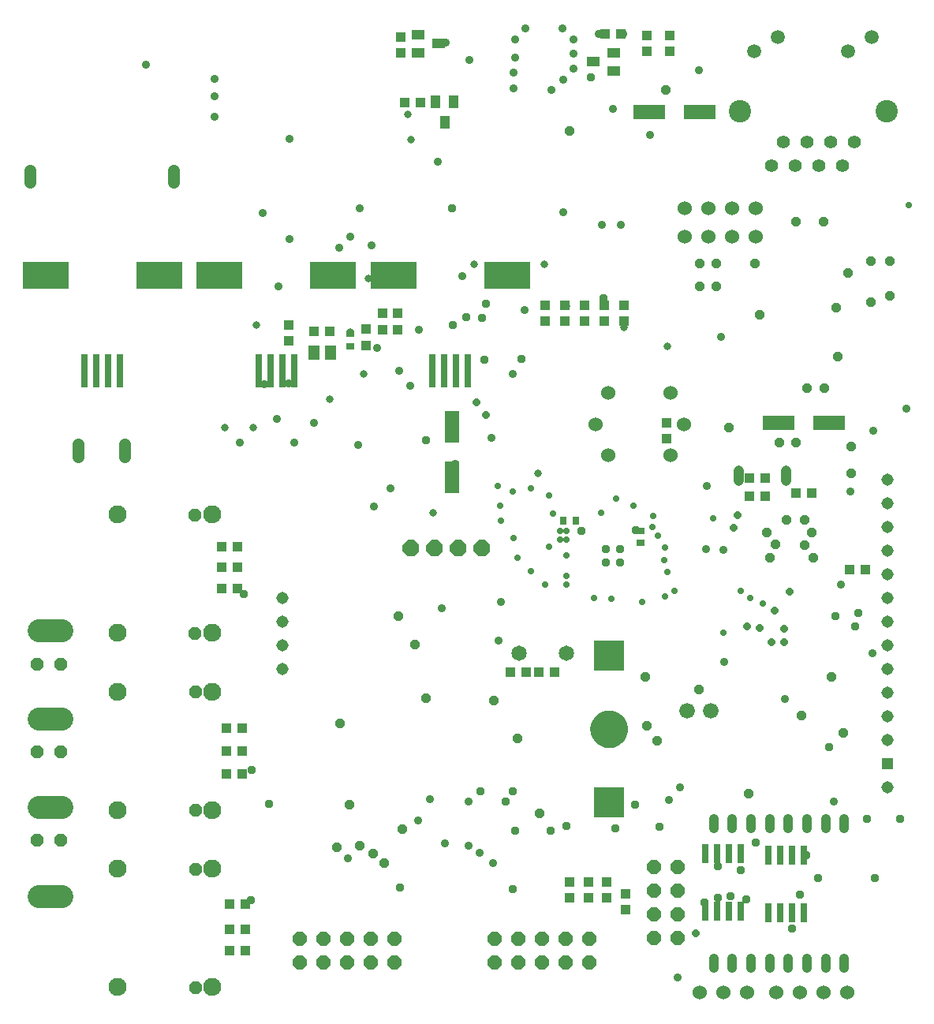
<source format=gbs>
G75*
G70*
%OFA0B0*%
%FSLAX24Y24*%
%IPPOS*%
%LPD*%
%AMOC8*
5,1,8,0,0,1.08239X$1,22.5*
%
%ADD10R,0.0394X0.0433*%
%ADD11R,0.0433X0.0394*%
%ADD12R,0.1378X0.0630*%
%ADD13C,0.0594*%
%ADD14C,0.0945*%
%ADD15C,0.0554*%
%ADD16R,0.0425X0.0413*%
%ADD17C,0.0440*%
%ADD18R,0.0551X0.0394*%
%ADD19C,0.0650*%
%ADD20C,0.0600*%
%ADD21R,0.0630X0.1378*%
%ADD22R,0.0394X0.0551*%
%ADD23OC8,0.0600*%
%ADD24R,0.0354X0.0276*%
%ADD25R,0.1250X0.1250*%
%ADD26C,0.0787*%
%ADD27C,0.0660*%
%ADD28C,0.0397*%
%ADD29R,0.0260X0.0800*%
%ADD30C,0.0760*%
%ADD31OC8,0.0520*%
%ADD32C,0.0974*%
%ADD33C,0.0515*%
%ADD34R,0.0515X0.0515*%
%ADD35R,0.0276X0.0354*%
%ADD36R,0.0512X0.0591*%
%ADD37C,0.0515*%
%ADD38R,0.1969X0.1181*%
%ADD39R,0.0303X0.1417*%
%ADD40OC8,0.0700*%
%ADD41OC8,0.0396*%
%ADD42OC8,0.0357*%
%ADD43C,0.0357*%
%ADD44C,0.0317*%
%ADD45OC8,0.0317*%
%ADD46C,0.0278*%
%ADD47OC8,0.0278*%
D10*
X025223Y005546D03*
X025223Y006215D03*
X026011Y006215D03*
X026011Y005546D03*
X026798Y005546D03*
X026798Y006215D03*
X027591Y005718D03*
X027591Y005049D03*
X034781Y022662D03*
X035450Y022662D03*
X033481Y023302D03*
X032812Y023302D03*
X025027Y029906D03*
X025027Y030576D03*
X024190Y030576D03*
X024190Y029906D03*
X016636Y029572D03*
X016636Y028902D03*
X013358Y029089D03*
X013358Y029759D03*
X018240Y039168D03*
X018909Y039168D03*
X026710Y042052D03*
X027379Y042052D03*
D11*
X028471Y041993D03*
X028471Y041324D03*
X029456Y041324D03*
X029456Y041993D03*
X027536Y030576D03*
X027536Y029906D03*
X026700Y029906D03*
X026700Y030576D03*
X025863Y030576D03*
X025863Y029906D03*
X029308Y025605D03*
X029308Y024936D03*
X032812Y022515D03*
X033481Y022515D03*
X037044Y019414D03*
X037714Y019414D03*
X024574Y015083D03*
X023905Y015083D03*
X023393Y015083D03*
X022723Y015083D03*
X011532Y005290D03*
X010863Y005290D03*
X010863Y004207D03*
X011532Y004207D03*
X011532Y003322D03*
X010863Y003322D03*
X010716Y010802D03*
X011385Y010802D03*
X011385Y011737D03*
X010716Y011737D03*
X010716Y012721D03*
X011385Y012721D03*
X011188Y018627D03*
X010519Y018627D03*
X010519Y019513D03*
X011188Y019513D03*
X011188Y020398D03*
X010519Y020398D03*
X014421Y029498D03*
X015091Y029498D03*
X018088Y041255D03*
X018088Y041924D03*
D12*
X028590Y038755D03*
X030716Y038755D03*
X034052Y025615D03*
X036178Y025615D03*
D13*
X036999Y041316D03*
X037999Y041914D03*
X034019Y041914D03*
X033019Y041316D03*
D14*
X032408Y038784D03*
X038609Y038784D03*
D15*
X037259Y037485D03*
X036759Y036485D03*
X035759Y036485D03*
X036259Y037485D03*
X035259Y037485D03*
X034759Y036485D03*
X033759Y036485D03*
X034259Y037485D03*
D16*
X017960Y030251D03*
X017320Y030251D03*
X017320Y029562D03*
X017960Y029562D03*
D17*
X032344Y023620D02*
X032344Y023180D01*
X034344Y023180D02*
X034344Y023620D01*
D18*
X027074Y040497D03*
X027074Y041245D03*
X026208Y040871D03*
X019702Y041639D03*
X018836Y042013D03*
X018836Y041265D03*
D19*
X023092Y015871D03*
X025092Y015871D03*
D20*
X026857Y024247D03*
X026306Y025566D03*
X026857Y026885D03*
X029495Y026885D03*
X030046Y025566D03*
X029495Y024247D03*
X030072Y033489D03*
X031072Y033489D03*
X031072Y034670D03*
X030072Y034670D03*
X032072Y034670D03*
X033072Y034670D03*
X033072Y033489D03*
X032072Y033489D03*
X031719Y001550D03*
X030719Y001550D03*
X032719Y001550D03*
X033960Y001550D03*
X034960Y001550D03*
X035960Y001550D03*
X036960Y001550D03*
D21*
X020253Y023322D03*
X020253Y025448D03*
D22*
X019938Y038307D03*
X020312Y039173D03*
X019564Y039173D03*
D23*
X028798Y006839D03*
X029798Y006839D03*
X029798Y005839D03*
X029798Y004839D03*
X029798Y003839D03*
X028798Y003839D03*
X028798Y004839D03*
X028798Y005839D03*
X026042Y003831D03*
X026042Y002831D03*
X025042Y002831D03*
X025042Y003831D03*
X024042Y003831D03*
X024042Y002831D03*
X023042Y002831D03*
X023042Y003831D03*
X022042Y003831D03*
X022042Y002831D03*
X017824Y002831D03*
X016824Y002831D03*
X016824Y003831D03*
X017824Y003831D03*
X015824Y003831D03*
X015824Y002831D03*
X014824Y002831D03*
X014824Y003831D03*
X013824Y003831D03*
X013824Y002831D03*
D24*
X028225Y020536D03*
X028225Y021048D03*
X015957Y028868D03*
X015957Y029380D03*
D25*
X026897Y015772D03*
X026897Y009572D03*
D26*
X026503Y012672D02*
X026505Y012711D01*
X026511Y012750D01*
X026521Y012788D01*
X026534Y012825D01*
X026551Y012860D01*
X026571Y012894D01*
X026595Y012925D01*
X026622Y012954D01*
X026651Y012980D01*
X026683Y013003D01*
X026717Y013023D01*
X026753Y013039D01*
X026790Y013051D01*
X026829Y013060D01*
X026868Y013065D01*
X026907Y013066D01*
X026946Y013063D01*
X026985Y013056D01*
X027022Y013045D01*
X027059Y013031D01*
X027094Y013013D01*
X027127Y012992D01*
X027158Y012967D01*
X027186Y012940D01*
X027211Y012910D01*
X027233Y012877D01*
X027252Y012843D01*
X027267Y012807D01*
X027279Y012769D01*
X027287Y012731D01*
X027291Y012692D01*
X027291Y012652D01*
X027287Y012613D01*
X027279Y012575D01*
X027267Y012537D01*
X027252Y012501D01*
X027233Y012467D01*
X027211Y012434D01*
X027186Y012404D01*
X027158Y012377D01*
X027127Y012352D01*
X027094Y012331D01*
X027059Y012313D01*
X027022Y012299D01*
X026985Y012288D01*
X026946Y012281D01*
X026907Y012278D01*
X026868Y012279D01*
X026829Y012284D01*
X026790Y012293D01*
X026753Y012305D01*
X026717Y012321D01*
X026683Y012341D01*
X026651Y012364D01*
X026622Y012390D01*
X026595Y012419D01*
X026571Y012450D01*
X026551Y012484D01*
X026534Y012519D01*
X026521Y012556D01*
X026511Y012594D01*
X026505Y012633D01*
X026503Y012672D01*
D27*
X030186Y013459D03*
X031186Y013459D03*
D28*
X031316Y008886D02*
X031316Y008489D01*
X032103Y008489D02*
X032103Y008886D01*
X032891Y008886D02*
X032891Y008489D01*
X033678Y008489D02*
X033678Y008886D01*
X034466Y008886D02*
X034466Y008489D01*
X035253Y008489D02*
X035253Y008886D01*
X036040Y008886D02*
X036040Y008489D01*
X036828Y008489D02*
X036828Y008886D01*
X036828Y002977D02*
X036828Y002580D01*
X036040Y002580D02*
X036040Y002977D01*
X035253Y002977D02*
X035253Y002580D01*
X034466Y002580D02*
X034466Y002977D01*
X033678Y002977D02*
X033678Y002580D01*
X032891Y002580D02*
X032891Y002977D01*
X032103Y002977D02*
X032103Y002580D01*
X031316Y002580D02*
X031316Y002977D01*
D29*
X031469Y004996D03*
X030969Y004996D03*
X031969Y004996D03*
X032469Y004996D03*
X033627Y004917D03*
X034127Y004917D03*
X034627Y004917D03*
X035127Y004917D03*
X035127Y007337D03*
X034627Y007337D03*
X034127Y007337D03*
X033627Y007337D03*
X032469Y007416D03*
X031969Y007416D03*
X031469Y007416D03*
X030969Y007416D03*
D30*
X010127Y006786D03*
X010127Y009267D03*
X006127Y009267D03*
X006127Y006786D03*
X006127Y001786D03*
X010127Y001786D03*
X010127Y014267D03*
X010127Y016747D03*
X006127Y016747D03*
X006127Y014267D03*
X006127Y021747D03*
X010127Y021747D03*
D31*
X009392Y021727D03*
X009392Y016727D03*
X009431Y014252D03*
X009431Y009252D03*
X009426Y006757D03*
X009426Y001757D03*
X003725Y007997D03*
X002725Y007997D03*
X002735Y011707D03*
X003735Y011707D03*
X003725Y015428D03*
X002725Y015428D03*
D32*
X002787Y005635D02*
X003762Y005635D01*
X003762Y009375D02*
X002787Y009375D01*
X002787Y013115D02*
X003762Y013115D01*
X003762Y016855D02*
X002787Y016855D01*
D33*
X013082Y017219D03*
X013082Y018219D03*
X013082Y016219D03*
X013082Y015219D03*
X038655Y015219D03*
X038655Y014219D03*
X038655Y013219D03*
X038655Y012219D03*
X038655Y010219D03*
X038655Y016219D03*
X038655Y017219D03*
X038655Y018219D03*
X038655Y019219D03*
X038655Y020219D03*
X038655Y021219D03*
X038655Y022219D03*
X038655Y023219D03*
D34*
X038655Y011219D03*
D35*
X025479Y021481D03*
X024968Y021481D03*
D36*
X015105Y028578D03*
X014436Y028578D03*
D37*
X008481Y035771D02*
X008481Y036286D01*
X002418Y036286D02*
X002418Y035771D01*
X004466Y024711D02*
X004466Y024196D01*
X006434Y024196D02*
X006434Y024711D01*
D38*
X007881Y031853D03*
X010430Y031853D03*
X015233Y031853D03*
X017782Y031853D03*
X022586Y031853D03*
X003078Y031853D03*
D39*
X004729Y027830D03*
X005229Y027830D03*
X005729Y027830D03*
X006229Y027830D03*
X012082Y027830D03*
X012582Y027830D03*
X013082Y027830D03*
X013582Y027830D03*
X019434Y027830D03*
X019934Y027830D03*
X020434Y027830D03*
X020934Y027830D03*
D40*
X020517Y020303D03*
X021517Y020303D03*
X019517Y020303D03*
X018517Y020303D03*
D41*
X017989Y017446D03*
X018678Y016265D03*
X019170Y014001D03*
X022025Y013902D03*
X023009Y012278D03*
X023944Y009129D03*
X028471Y012820D03*
X028914Y012180D03*
X030686Y014345D03*
X028422Y014887D03*
X032802Y009965D03*
X035017Y013263D03*
X036296Y014887D03*
X036788Y012524D03*
X035509Y019906D03*
X035164Y020448D03*
X035460Y020989D03*
X035164Y021530D03*
X034377Y021530D03*
X033934Y020497D03*
X033540Y020989D03*
X033688Y019906D03*
X034771Y022662D03*
X034771Y024778D03*
X034082Y024778D03*
X031966Y025418D03*
X035263Y027091D03*
X036001Y027091D03*
X036542Y028420D03*
X036493Y030487D03*
X037969Y030733D03*
X038757Y030979D03*
X038757Y032456D03*
X037969Y032456D03*
X036985Y031963D03*
X035952Y034129D03*
X034771Y034129D03*
X033048Y032357D03*
X031424Y032357D03*
X030735Y032357D03*
X030735Y031373D03*
X031424Y031373D03*
X033245Y030192D03*
X037133Y024631D03*
X037133Y023499D03*
X025223Y037967D03*
X029288Y039680D03*
X015529Y012918D03*
X015922Y009473D03*
X016365Y007751D03*
X016906Y007406D03*
X017399Y007013D03*
X018137Y008440D03*
X015381Y007702D03*
D42*
X018038Y005979D03*
X021446Y010064D03*
X022517Y009621D03*
X022812Y010064D03*
X022910Y008391D03*
X024436Y008391D03*
X025076Y008587D03*
X027143Y008489D03*
X027979Y009473D03*
X029013Y008538D03*
X031473Y006890D03*
X032463Y006717D03*
X032015Y005635D03*
X032679Y005482D03*
X031473Y005536D03*
X030932Y005339D03*
X033073Y007874D03*
X034968Y005684D03*
X035706Y006373D03*
X035204Y007342D03*
X037773Y008883D03*
X039200Y008883D03*
X038117Y006373D03*
X034623Y004257D03*
X036198Y011934D03*
X037281Y017003D03*
X037428Y017593D03*
X036444Y017446D03*
X028029Y021087D03*
X027340Y020300D03*
X027340Y019709D03*
X026749Y019709D03*
X026749Y020300D03*
X025716Y021038D03*
X019170Y024877D03*
X021631Y028272D03*
X020273Y029749D03*
X020844Y030074D03*
X021532Y030064D03*
X021680Y030654D03*
X023186Y028322D03*
X026651Y030881D03*
X020243Y034670D03*
X026109Y040231D03*
X011444Y018381D03*
X011788Y010950D03*
X012527Y009522D03*
X011739Y005438D03*
X022812Y005930D03*
D43*
X021975Y007013D03*
X021434Y007456D03*
X020942Y007751D03*
X019958Y007849D03*
X018826Y008833D03*
X019318Y009719D03*
X020946Y009621D03*
X015869Y007209D03*
X022221Y016412D03*
X022320Y018036D03*
X019810Y017790D03*
X016956Y022072D03*
X017655Y022859D03*
X016277Y024690D03*
X014431Y025610D03*
X013599Y024788D03*
X012846Y025797D03*
X012335Y027244D03*
X013339Y027273D03*
X011277Y024788D03*
X017094Y028794D03*
X018009Y027820D03*
X018481Y027190D03*
X018865Y029552D03*
X020686Y031835D03*
X023324Y030379D03*
X022812Y027682D03*
X021926Y024975D03*
X020371Y023883D03*
X012910Y031402D03*
X013383Y033400D03*
X012261Y034473D03*
X013403Y037633D03*
X016345Y034670D03*
X015962Y033489D03*
X015489Y033017D03*
X016867Y033135D03*
X019662Y036668D03*
X022861Y039739D03*
X022861Y040428D03*
X022910Y041068D03*
X022910Y041806D03*
X023353Y042298D03*
X024928Y042298D03*
X025371Y041806D03*
X025371Y041215D03*
X025371Y040576D03*
X024938Y040133D03*
X024466Y039690D03*
X026454Y042052D03*
X027487Y042052D03*
X027064Y038893D03*
X028619Y037770D03*
X030686Y040526D03*
X027389Y033981D03*
X026601Y033981D03*
X024938Y034513D03*
X021001Y040969D03*
X019997Y041698D03*
X010214Y040143D03*
X010214Y039404D03*
X010214Y038568D03*
X007310Y040763D03*
X031031Y022957D03*
X030981Y020300D03*
X031719Y020251D03*
X031769Y015526D03*
X034328Y013942D03*
X038019Y015871D03*
X036690Y018774D03*
X037034Y019414D03*
X037084Y022711D03*
X038068Y025270D03*
X039446Y026206D03*
X031621Y029257D03*
X029899Y010211D03*
X029406Y009670D03*
X036395Y009621D03*
X029800Y002190D03*
D44*
X019466Y021826D03*
X023895Y023499D03*
X029357Y028863D03*
X027536Y029650D03*
X026651Y029896D03*
X025863Y029936D03*
X025036Y029946D03*
X025076Y030536D03*
X024141Y032308D03*
X021188Y032308D03*
X016710Y031717D03*
X015937Y029468D03*
X015125Y028582D03*
X016523Y027702D03*
X015100Y026634D03*
X011995Y029759D03*
X010529Y031853D03*
X010656Y025418D03*
X011838Y025418D03*
X018531Y037598D03*
X018398Y038666D03*
D45*
X021277Y026501D03*
X021680Y025959D03*
X020253Y025517D03*
X032310Y021727D03*
X032162Y021186D03*
X034525Y018479D03*
X033885Y017692D03*
X034279Y016904D03*
X034279Y016363D03*
X033737Y016363D03*
X033245Y016954D03*
X032704Y017003D03*
X030538Y004060D03*
D46*
X031719Y016757D03*
X032851Y018233D03*
X032458Y018528D03*
X033393Y017987D03*
X031277Y021580D03*
X029259Y020349D03*
X029210Y019808D03*
X029357Y019316D03*
X029653Y018528D03*
X029259Y018282D03*
X028275Y018036D03*
X028964Y020841D03*
X028718Y021235D03*
X028767Y021678D03*
X027930Y022121D03*
X027192Y022416D03*
X026552Y021826D03*
X025076Y021038D03*
X024830Y021038D03*
X024830Y020694D03*
X025076Y020694D03*
X025076Y020005D03*
X024338Y020398D03*
X023599Y019365D03*
X023009Y019906D03*
X022861Y020743D03*
X022320Y021481D03*
X022271Y022121D03*
X022812Y022711D03*
X022172Y022957D03*
X023599Y022859D03*
X024338Y022564D03*
X024534Y021776D03*
X025076Y019168D03*
X025076Y018774D03*
X024190Y018774D03*
X039544Y034818D03*
D47*
X026995Y018184D03*
X026257Y018233D03*
M02*

</source>
